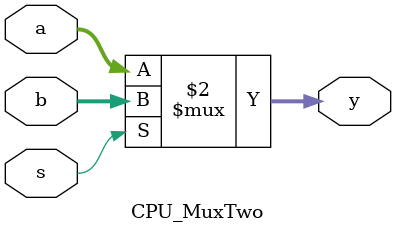
<source format=v>
/*32位数据的二选一多路选择器*/
module CPU_MuxTwo(a,b,s,y);
  input [31:0] a,b;
  input s;
  output [31:0] y;
  assign y=(s==0)? a:b;
endmodule


</source>
